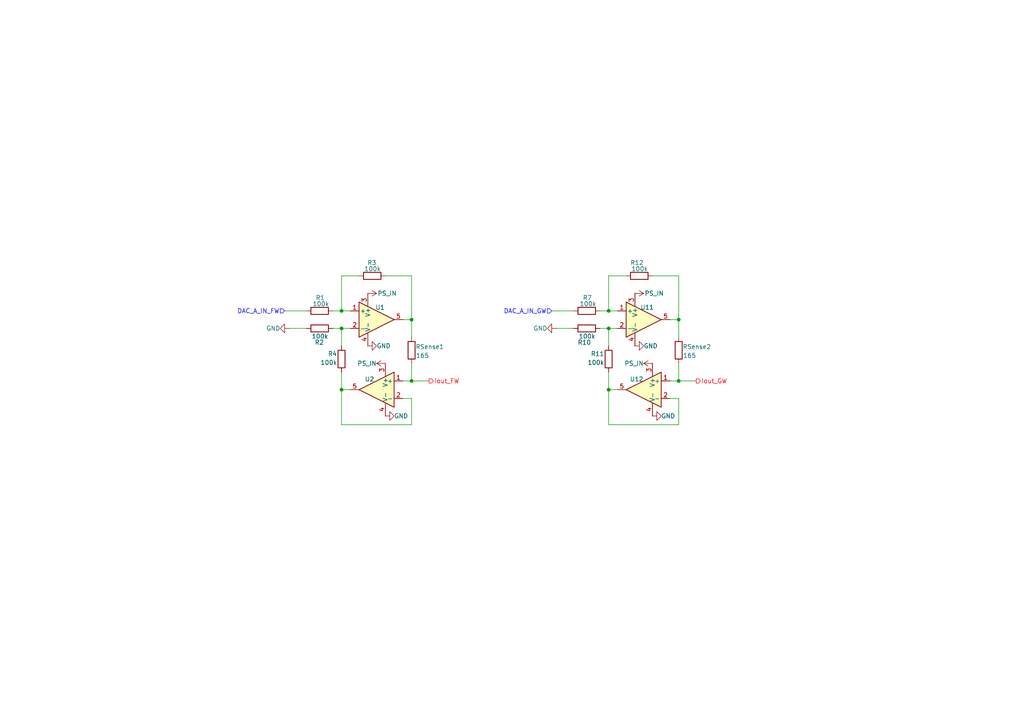
<source format=kicad_sch>
(kicad_sch (version 20231120) (generator "eeschema") (generator_version "8.0")
  (paper "A4")
  (lib_symbols
    (symbol "Device:R" (pin_numbers hide) (pin_names (offset 0))
      (property "Reference" "R" (at 2.032 0 90))
      (property "Value" "R" (at 0 0 90))
      (symbol "R_0_1"
        (rectangle (start -1.016 -2.54) (end 1.016 2.54) (stroke (width 0.254)))
      )
      (symbol "R_1_1"
        (pin passive line (at 0 3.81 270) (length 1.27) (name "~") (number "1"))
        (pin passive line (at 0 -3.81 90) (length 1.27) (name "~") (number "2"))
      )
    )
    (symbol "Simulation_SPICE:OPAMP" (pin_names (offset 0.254))
      (property "Reference" "U" (at 3.81 3.175 0))
      (property "Value" "${SIM.PARAMS}" (at 3.81 -3.175 0))
      (symbol "OPAMP_0_1"
        (polyline (pts (xy 5.08 0) (xy -5.08 5.08) (xy -5.08 -5.08) (xy 5.08 0)) (stroke (width 0.254)) (fill (type background)))
      )
      (symbol "OPAMP_1_1"
        (pin input line (at -7.62 2.54 0) (length 2.54) (name "+") (number "1"))
        (pin input line (at -7.62 -2.54 0) (length 2.54) (name "-") (number "2"))
        (pin power_in line (at -2.54 7.62 270) (length 3.81) (name "V+") (number "3"))
        (pin power_in line (at -2.54 -7.62 90) (length 3.81) (name "V-") (number "4"))
        (pin output line (at 7.62 0 180) (length 2.54) (name "~") (number "5"))
      )
    )
    (symbol "power:+3.3V" (power) (pin_numbers hide) (pin_names (offset 0) hide)
      (property "Value" "+3.3V" (at 0 3.556 0))
      (symbol "+3.3V_0_1"
        (polyline (pts (xy -0.762 1.27) (xy 0 2.54)))
        (polyline (pts (xy 0 0) (xy 0 2.54)))
        (polyline (pts (xy 0 2.54) (xy 0.762 1.27)))
      )
      (symbol "+3.3V_1_1"
        (pin power_in line (at 0 0 90) (length 0) (name "~") (number "1"))
      )
    )
    (symbol "power:GND" (power) (pin_numbers hide) (pin_names (offset 0) hide)
      (property "Value" "GND" (at 0 -3.81 0))
      (symbol "GND_0_1"
        (polyline (pts (xy 0 0) (xy 0 -1.27) (xy 1.27 -1.27) (xy 0 -2.54) (xy -1.27 -1.27) (xy 0 -1.27)))
      )
      (symbol "GND_1_1"
        (pin power_in line (at 0 0 270) (length 0) (name "~") (number "1"))
      )
    )
  )
  (junction (at 176.53 113.03))
  (junction (at 176.53 90.17))
  (junction (at 176.53 95.25))
  (junction (at 196.85 110.49))
  (junction (at 119.38 110.49))
  (junction (at 196.85 92.71))
  (junction (at 119.38 92.71))
  (junction (at 99.06 95.25))
  (junction (at 99.06 113.03))
  (junction (at 99.06 90.17))
  (wire (pts (xy 196.85 92.71) (xy 196.85 97.79)))
  (wire (pts (xy 176.53 113.03) (xy 176.53 123.19)))
  (wire (pts (xy 196.85 80.01) (xy 196.85 92.71)))
  (wire (pts (xy 116.84 110.49) (xy 119.38 110.49)))
  (wire (pts (xy 96.52 95.25) (xy 99.06 95.25)))
  (wire (pts (xy 119.38 92.71) (xy 119.38 97.79)))
  (wire (pts (xy 119.38 115.57) (xy 119.38 123.19)))
  (wire (pts (xy 181.61 80.01) (xy 176.53 80.01)))
  (wire (pts (xy 99.06 95.25) (xy 101.6 95.25)))
  (wire (pts (xy 189.23 80.01) (xy 196.85 80.01)))
  (wire (pts (xy 176.53 95.25) (xy 179.07 95.25)))
  (wire (pts (xy 176.53 107.95) (xy 176.53 113.03)))
  (wire (pts (xy 119.38 110.49) (xy 119.38 105.41)))
  (wire (pts (xy 119.38 92.71) (xy 116.84 92.71)))
  (wire (pts (xy 196.85 115.57) (xy 196.85 123.19)))
  (wire (pts (xy 176.53 95.25) (xy 176.53 100.33)))
  (wire (pts (xy 96.52 90.17) (xy 99.06 90.17)))
  (wire (pts (xy 99.06 113.03) (xy 99.06 123.19)))
  (wire (pts (xy 196.85 92.71) (xy 194.31 92.71)))
  (wire (pts (xy 194.31 110.49) (xy 196.85 110.49)))
  (wire (pts (xy 119.38 110.49) (xy 124.46 110.49)))
  (wire (pts (xy 99.06 95.25) (xy 99.06 100.33)))
  (wire (pts (xy 196.85 123.19) (xy 176.53 123.19)))
  (wire (pts (xy 104.14 80.01) (xy 99.06 80.01)))
  (wire (pts (xy 116.84 115.57) (xy 119.38 115.57)))
  (wire (pts (xy 99.06 90.17) (xy 101.6 90.17)))
  (wire (pts (xy 119.38 80.01) (xy 119.38 92.71)))
  (wire (pts (xy 99.06 113.03) (xy 101.6 113.03)))
  (wire (pts (xy 111.76 80.01) (xy 119.38 80.01)))
  (wire (pts (xy 82.55 90.17) (xy 88.9 90.17)))
  (wire (pts (xy 99.06 80.01) (xy 99.06 90.17)))
  (wire (pts (xy 161.29 95.25) (xy 166.37 95.25)))
  (wire (pts (xy 176.53 90.17) (xy 179.07 90.17)))
  (wire (pts (xy 176.53 80.01) (xy 176.53 90.17)))
  (wire (pts (xy 196.85 110.49) (xy 196.85 105.41)))
  (wire (pts (xy 160.02 90.17) (xy 166.37 90.17)))
  (wire (pts (xy 173.99 90.17) (xy 176.53 90.17)))
  (wire (pts (xy 196.85 110.49) (xy 201.93 110.49)))
  (wire (pts (xy 194.31 115.57) (xy 196.85 115.57)))
  (wire (pts (xy 99.06 107.95) (xy 99.06 113.03)))
  (wire (pts (xy 83.82 95.25) (xy 88.9 95.25)))
  (wire (pts (xy 176.53 113.03) (xy 179.07 113.03)))
  (wire (pts (xy 119.38 123.19) (xy 99.06 123.19)))
  (wire (pts (xy 173.99 95.25) (xy 176.53 95.25)))
  (hierarchical_label "DAC_A_IN_GW" (shape input) (at 160.02 90.17 180))
  (hierarchical_label "DAC_A_IN_FW" (shape input) (at 82.55 90.17 180))
  (hierarchical_label "Iout_GW" (shape output) (at 201.93 110.49 0))
  (hierarchical_label "Iout_FW" (shape output) (at 124.46 110.49 0))
  (symbol (lib_id "power:GND") (at 106.68 100.33 90) (unit 1)
    (property "Reference" "#PWR06" (effects (hide yes)))
    (property "Value" "GND" (at 111.252 100.33 90))
    (property "Description" "Power symbol creates a global label with name \"GND\" , ground" (effects (hide yes)))
  )
  (symbol (lib_id "Device:R") (at 119.38 101.6 180) (unit 1)
    (property "Reference" "RSense1" (at 128.778 100.584 0) (effects (justify left)))
    (property "Value" "165" (at 124.46 103.124 0) (effects (justify left)))
    (property "Description" "Resistor" (effects (hide yes)))
  )
  (symbol (lib_id "power:+3.3V") (at 184.15 85.09 270) (unit 1)
    (property "Reference" "#PWR045" (effects (hide yes)))
    (property "Value" "PS_IN" (at 189.738 85.09 90))
    (property "Description" "Power symbol creates a global label with name \"+3.3V\"" (effects (hide yes)))
  )
  (symbol (lib_id "Simulation_SPICE:OPAMP") (at 186.69 92.71 0) (unit 1)
    (property "Reference" "U11" (at 187.706 89.154 0))
    (property "Value" "${SIM.PARAMS}" (at 194.31 89.5665 0))
    (property "Datasheet" "https://ngspice.sourceforge.io/docs/ngspice-html-manual/manual.xhtml#sec__SUBCKT_Subcircuits" (effects (hide yes)))
    (property "Description" "Operational amplifier, single, node sequence=1:+ 2:- 3:OUT 4:V+ 5:V-" (effects (hide yes)))
    (property "Sim.Pins" "1=in+ 2=in- 3=vcc 4=vee 5=out" (effects (hide yes)))
    (property "Sim.Device" "SUBCKT" (effects (hide yes)))
    (property "Sim.Library" "${KICAD7_SYMBOL_DIR}/Simulation_SPICE.sp" (effects (hide yes)))
    (property "Sim.Name" "kicad_builtin_opamp" (effects (hide yes)))
  )
  (symbol (lib_id "Device:R") (at 170.18 95.25 90) (unit 1)
    (property "Reference" "R10" (at 171.45 99.314 90) (effects (justify left)))
    (property "Value" "100k" (at 172.72 97.536 90) (effects (justify left)))
    (property "Description" "Resistor" (effects (hide yes)))
  )
  (symbol (lib_id "Device:R") (at 176.53 104.14 180) (unit 1)
    (property "Reference" "R11" (at 175.26 102.616 0) (effects (justify left)))
    (property "Value" "100k" (at 175.26 105.156 0) (effects (justify left)))
    (property "Description" "Resistor" (effects (hide yes)))
  )
  (symbol (lib_id "Device:R") (at 92.71 95.25 90) (unit 1)
    (property "Reference" "R2" (at 93.98 99.314 90) (effects (justify left)))
    (property "Value" "100k" (at 95.25 97.536 90) (effects (justify left)))
    (property "Description" "Resistor" (effects (hide yes)))
  )
  (symbol (lib_id "power:GND") (at 161.29 95.25 270) (unit 1)
    (property "Reference" "#PWR044" (effects (hide yes)))
    (property "Value" "GND" (at 156.718 95.25 90))
    (property "Description" "Power symbol creates a global label with name \"GND\" , ground" (effects (hide yes)))
  )
  (symbol (lib_id "Simulation_SPICE:OPAMP") (at 109.22 113.03 0) (mirror y) (unit 1)
    (property "Reference" "U2" (at 107.188 109.982 0))
    (property "Value" "${SIM.PARAMS}" (at 101.6 109.8865 0))
    (property "Datasheet" "https://ngspice.sourceforge.io/docs/ngspice-html-manual/manual.xhtml#sec__SUBCKT_Subcircuits" (effects (hide yes)))
    (property "Description" "Operational amplifier, single, node sequence=1:+ 2:- 3:OUT 4:V+ 5:V-" (effects (hide yes)))
    (property "Sim.Pins" "1=in+ 2=in- 3=vcc 4=vee 5=out" (effects (hide yes)))
    (property "Sim.Device" "SUBCKT" (effects (hide yes)))
    (property "Sim.Library" "${KICAD7_SYMBOL_DIR}/Simulation_SPICE.sp" (effects (hide yes)))
    (property "Sim.Name" "kicad_builtin_opamp" (effects (hide yes)))
  )
  (symbol (lib_id "Device:R") (at 170.18 90.17 90) (unit 1)
    (property "Reference" "R7" (at 171.704 86.36 90) (effects (justify left)))
    (property "Value" "100k" (at 172.974 88.138 90) (effects (justify left)))
    (property "Description" "Resistor" (effects (hide yes)))
  )
  (symbol (lib_id "Simulation_SPICE:OPAMP") (at 186.69 113.03 0) (mirror y) (unit 1)
    (property "Reference" "U12" (at 184.658 109.982 0))
    (property "Value" "${SIM.PARAMS}" (at 179.07 109.8865 0))
    (property "Datasheet" "https://ngspice.sourceforge.io/docs/ngspice-html-manual/manual.xhtml#sec__SUBCKT_Subcircuits" (effects (hide yes)))
    (property "Description" "Operational amplifier, single, node sequence=1:+ 2:- 3:OUT 4:V+ 5:V-" (effects (hide yes)))
    (property "Sim.Pins" "1=in+ 2=in- 3=vcc 4=vee 5=out" (effects (hide yes)))
    (property "Sim.Device" "SUBCKT" (effects (hide yes)))
    (property "Sim.Library" "${KICAD7_SYMBOL_DIR}/Simulation_SPICE.sp" (effects (hide yes)))
    (property "Sim.Name" "kicad_builtin_opamp" (effects (hide yes)))
  )
  (symbol (lib_id "Device:R") (at 185.42 80.01 90) (unit 1)
    (property "Reference" "R12" (at 186.69 76.2 90) (effects (justify left)))
    (property "Value" "100k" (at 187.96 77.978 90) (effects (justify left)))
    (property "Description" "Resistor" (effects (hide yes)))
  )
  (symbol (lib_id "Device:R") (at 107.95 80.01 90) (unit 1)
    (property "Reference" "R3" (at 109.22 76.2 90) (effects (justify left)))
    (property "Value" "100k" (at 110.49 77.978 90) (effects (justify left)))
    (property "Description" "Resistor" (effects (hide yes)))
  )
  (symbol (lib_id "Device:R") (at 92.71 90.17 90) (unit 1)
    (property "Reference" "R1" (at 94.234 86.36 90) (effects (justify left)))
    (property "Value" "100k" (at 95.504 88.138 90) (effects (justify left)))
    (property "Description" "Resistor" (effects (hide yes)))
  )
  (symbol (lib_id "power:GND") (at 189.23 120.65 90) (unit 1)
    (property "Reference" "#PWR048" (effects (hide yes)))
    (property "Value" "GND" (at 193.802 120.65 90))
    (property "Description" "Power symbol creates a global label with name \"GND\" , ground" (effects (hide yes)))
  )
  (symbol (lib_id "Device:R") (at 196.85 101.6 180) (unit 1)
    (property "Reference" "RSense2" (at 206.248 100.584 0) (effects (justify left)))
    (property "Value" "165" (at 201.93 103.124 0) (effects (justify left)))
    (property "Description" "Resistor" (effects (hide yes)))
  )
  (symbol (lib_id "power:+3.3V") (at 106.68 85.09 270) (unit 1)
    (property "Reference" "#PWR02" (effects (hide yes)))
    (property "Value" "PS_IN" (at 112.268 85.09 90))
    (property "Description" "Power symbol creates a global label with name \"+3.3V\"" (effects (hide yes)))
  )
  (symbol (lib_id "power:+3.3V") (at 111.76 105.41 90) (unit 1)
    (property "Reference" "#PWR031" (effects (hide yes)))
    (property "Value" "PS_IN" (at 106.426 105.41 90))
    (property "Description" "Power symbol creates a global label with name \"+3.3V\"" (effects (hide yes)))
  )
  (symbol (lib_id "power:GND") (at 111.76 120.65 90) (unit 1)
    (property "Reference" "#PWR05" (effects (hide yes)))
    (property "Value" "GND" (at 116.332 120.65 90))
    (property "Description" "Power symbol creates a global label with name \"GND\" , ground" (effects (hide yes)))
  )
  (symbol (lib_id "Simulation_SPICE:OPAMP") (at 109.22 92.71 0) (unit 1)
    (property "Reference" "U1" (at 110.236 89.154 0))
    (property "Value" "${SIM.PARAMS}" (at 116.84 89.5665 0))
    (property "Datasheet" "https://ngspice.sourceforge.io/docs/ngspice-html-manual/manual.xhtml#sec__SUBCKT_Subcircuits" (effects (hide yes)))
    (property "Description" "Operational amplifier, single, node sequence=1:+ 2:- 3:OUT 4:V+ 5:V-" (effects (hide yes)))
    (property "Sim.Pins" "1=in+ 2=in- 3=vcc 4=vee 5=out" (effects (hide yes)))
    (property "Sim.Device" "SUBCKT" (effects (hide yes)))
    (property "Sim.Library" "${KICAD7_SYMBOL_DIR}/Simulation_SPICE.sp" (effects (hide yes)))
    (property "Sim.Name" "kicad_builtin_opamp" (effects (hide yes)))
  )
  (symbol (lib_id "Device:R") (at 99.06 104.14 180) (unit 1)
    (property "Reference" "R4" (at 97.79 102.616 0) (effects (justify left)))
    (property "Value" "100k" (at 97.79 105.156 0) (effects (justify left)))
    (property "Description" "Resistor" (effects (hide yes)))
  )
  (symbol (lib_id "power:GND") (at 83.82 95.25 270) (unit 1)
    (property "Reference" "#PWR07" (effects (hide yes)))
    (property "Value" "GND" (at 79.248 95.25 90))
    (property "Description" "Power symbol creates a global label with name \"GND\" , ground" (effects (hide yes)))
  )
  (symbol (lib_id "power:GND") (at 184.15 100.33 90) (unit 1)
    (property "Reference" "#PWR046" (effects (hide yes)))
    (property "Value" "GND" (at 188.722 100.33 90))
    (property "Description" "Power symbol creates a global label with name \"GND\" , ground" (effects (hide yes)))
  )
  (symbol (lib_id "power:+3.3V") (at 189.23 105.41 90) (unit 1)
    (property "Reference" "#PWR047" (effects (hide yes)))
    (property "Value" "PS_IN" (at 183.896 105.41 90))
    (property "Description" "Power symbol creates a global label with name \"+3.3V\"" (effects (hide yes)))
  )
)
</source>
